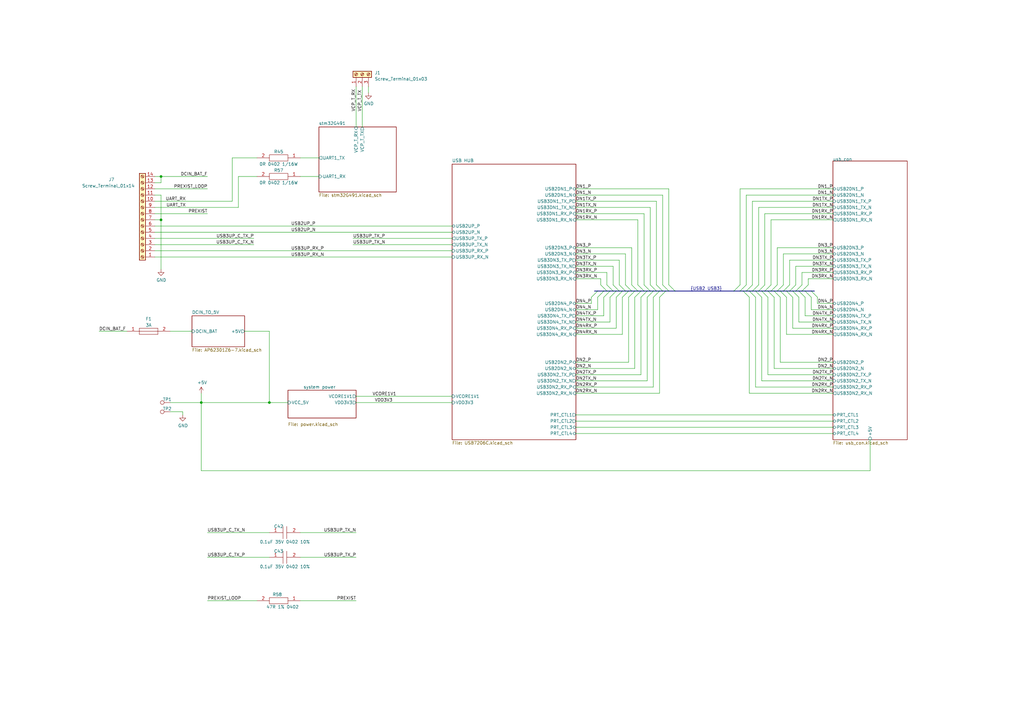
<source format=kicad_sch>
(kicad_sch (version 20230121) (generator eeschema)
  (paper "A3")
  (title_block (title "MAIN") (date "2021-11-08") (rev "0.1"))
  (lib_symbols
    (symbol "CGA2B3X7R1V104K050BB_1" (pin_names (offset 0.762))
      (property "Reference" "C" (at 8.89 6.35 0))
      (property "Value" "CGA2B3X7R1V104K050BB_1" (at 8.89 3.81 0))
      (symbol "CGA2B3X7R1V104K050BB_1_0_0"
        (pin passive line (at 0 0 0) (length 5.08) (name "~") (number "1"))
        (pin passive line (at 12.7 0 180) (length 5.08) (name "~") (number "2"))
      )
      (symbol "CGA2B3X7R1V104K050BB_1_0_1"
        (polyline (pts (xy 5.08 0) (xy 5.588 0)) (stroke (width 0.1524)))
        (polyline (pts (xy 5.588 2.54) (xy 5.588 -2.54)) (stroke (width 0.1524)))
        (polyline (pts (xy 7.112 0) (xy 7.62 0)) (stroke (width 0.1524)))
        (polyline (pts (xy 7.112 2.54) (xy 7.112 -2.54)) (stroke (width 0.1524)))
      )
    )
    (symbol "Connector:Screw_Terminal_01x03" (pin_names (offset 1.016) hide)
      (property "Reference" "J" (at 0 5.08 0))
      (property "Value" "Screw_Terminal_01x03" (at 0 -5.08 0))
      (symbol "Screw_Terminal_01x03_1_1"
        (rectangle (start -1.27 3.81) (end 1.27 -3.81) (stroke (width 0.254)) (fill (type background)))
        (circle (center 0 -2.54) (radius 0.635) (stroke (width 0.1524)))
        (polyline (pts (xy -0.5334 -2.2098) (xy 0.3302 -3.048)) (stroke (width 0.1524)))
        (polyline (pts (xy -0.5334 0.3302) (xy 0.3302 -0.508)) (stroke (width 0.1524)))
        (polyline (pts (xy -0.5334 2.8702) (xy 0.3302 2.032)) (stroke (width 0.1524)))
        (polyline (pts (xy -0.3556 -2.032) (xy 0.508 -2.8702)) (stroke (width 0.1524)))
        (polyline (pts (xy -0.3556 0.508) (xy 0.508 -0.3302)) (stroke (width 0.1524)))
        (polyline (pts (xy -0.3556 3.048) (xy 0.508 2.2098)) (stroke (width 0.1524)))
        (circle (center 0 0) (radius 0.635) (stroke (width 0.1524)))
        (circle (center 0 2.54) (radius 0.635) (stroke (width 0.1524)))
        (pin passive line (at -5.08 2.54 0) (length 3.81) (name "Pin_1") (number "1"))
        (pin passive line (at -5.08 0 0) (length 3.81) (name "Pin_2") (number "2"))
        (pin passive line (at -5.08 -2.54 0) (length 3.81) (name "Pin_3") (number "3"))
      )
    )
    (symbol "Connector:Screw_Terminal_01x14" (pin_names (offset 1.016) hide)
      (property "Reference" "J" (at 0 17.78 0))
      (property "Value" "Screw_Terminal_01x14" (at 0 -20.32 0))
      (symbol "Screw_Terminal_01x14_1_1"
        (rectangle (start -1.27 16.51) (end 1.27 -19.05) (stroke (width 0.254)) (fill (type background)))
        (circle (center 0 -17.78) (radius 0.635) (stroke (width 0.1524)))
        (circle (center 0 -15.24) (radius 0.635) (stroke (width 0.1524)))
        (circle (center 0 -12.7) (radius 0.635) (stroke (width 0.1524)))
        (circle (center 0 -10.16) (radius 0.635) (stroke (width 0.1524)))
        (circle (center 0 -7.62) (radius 0.635) (stroke (width 0.1524)))
        (circle (center 0 -5.08) (radius 0.635) (stroke (width 0.1524)))
        (circle (center 0 -2.54) (radius 0.635) (stroke (width 0.1524)))
        (polyline (pts (xy -0.5334 -17.4498) (xy 0.3302 -18.288)) (stroke (width 0.1524)))
        (polyline (pts (xy -0.5334 -14.9098) (xy 0.3302 -15.748)) (stroke (width 0.1524)))
        (polyline (pts (xy -0.5334 -12.3698) (xy 0.3302 -13.208)) (stroke (width 0.1524)))
        (polyline (pts (xy -0.5334 -9.8298) (xy 0.3302 -10.668)) (stroke (width 0.1524)))
        (polyline (pts (xy -0.5334 -7.2898) (xy 0.3302 -8.128)) (stroke (width 0.1524)))
        (polyline (pts (xy -0.5334 -4.7498) (xy 0.3302 -5.588)) (stroke (width 0.1524)))
        (polyline (pts (xy -0.5334 -2.2098) (xy 0.3302 -3.048)) (stroke (width 0.1524)))
        (polyline (pts (xy -0.5334 0.3302) (xy 0.3302 -0.508)) (stroke (width 0.1524)))
        (polyline (pts (xy -0.5334 2.8702) (xy 0.3302 2.032)) (stroke (width 0.1524)))
        (polyline (pts (xy -0.5334 5.4102) (xy 0.3302 4.572)) (stroke (width 0.1524)))
        (polyline (pts (xy -0.5334 7.9502) (xy 0.3302 7.112)) (stroke (width 0.1524)))
        (polyline (pts (xy -0.5334 10.4902) (xy 0.3302 9.652)) (stroke (width 0.1524)))
        (polyline (pts (xy -0.5334 13.0302) (xy 0.3302 12.192)) (stroke (width 0.1524)))
        (polyline (pts (xy -0.5334 15.5702) (xy 0.3302 14.732)) (stroke (width 0.1524)))
        (polyline (pts (xy -0.3556 -17.272) (xy 0.508 -18.1102)) (stroke (width 0.1524)))
        (polyline (pts (xy -0.3556 -14.732) (xy 0.508 -15.5702)) (stroke (width 0.1524)))
        (polyline (pts (xy -0.3556 -12.192) (xy 0.508 -13.0302)) (stroke (width 0.1524)))
        (polyline (pts (xy -0.3556 -9.652) (xy 0.508 -10.4902)) (stroke (width 0.1524)))
        (polyline (pts (xy -0.3556 -7.112) (xy 0.508 -7.9502)) (stroke (width 0.1524)))
        (polyline (pts (xy -0.3556 -4.572) (xy 0.508 -5.4102)) (stroke (width 0.1524)))
        (polyline (pts (xy -0.3556 -2.032) (xy 0.508 -2.8702)) (stroke (width 0.1524)))
        (polyline (pts (xy -0.3556 0.508) (xy 0.508 -0.3302)) (stroke (width 0.1524)))
        (polyline (pts (xy -0.3556 3.048) (xy 0.508 2.2098)) (stroke (width 0.1524)))
        (polyline (pts (xy -0.3556 5.588) (xy 0.508 4.7498)) (stroke (width 0.1524)))
        (polyline (pts (xy -0.3556 8.128) (xy 0.508 7.2898)) (stroke (width 0.1524)))
        (polyline (pts (xy -0.3556 10.668) (xy 0.508 9.8298)) (stroke (width 0.1524)))
        (polyline (pts (xy -0.3556 13.208) (xy 0.508 12.3698)) (stroke (width 0.1524)))
        (polyline (pts (xy -0.3556 15.748) (xy 0.508 14.9098)) (stroke (width 0.1524)))
        (circle (center 0 0) (radius 0.635) (stroke (width 0.1524)))
        (circle (center 0 2.54) (radius 0.635) (stroke (width 0.1524)))
        (circle (center 0 5.08) (radius 0.635) (stroke (width 0.1524)))
        (circle (center 0 7.62) (radius 0.635) (stroke (width 0.1524)))
        (circle (center 0 10.16) (radius 0.635) (stroke (width 0.1524)))
        (circle (center 0 12.7) (radius 0.635) (stroke (width 0.1524)))
        (circle (center 0 15.24) (radius 0.635) (stroke (width 0.1524)))
        (pin passive line (at -5.08 15.24 0) (length 3.81) (name "Pin_1") (number "1"))
        (pin passive line (at -5.08 -7.62 0) (length 3.81) (name "Pin_10") (number "10"))
        (pin passive line (at -5.08 -10.16 0) (length 3.81) (name "Pin_11") (number "11"))
        (pin passive line (at -5.08 -12.7 0) (length 3.81) (name "Pin_12") (number "12"))
        (pin passive line (at -5.08 -15.24 0) (length 3.81) (name "Pin_13") (number "13"))
        (pin passive line (at -5.08 -17.78 0) (length 3.81) (name "Pin_14") (number "14"))
        (pin passive line (at -5.08 12.7 0) (length 3.81) (name "Pin_2") (number "2"))
        (pin passive line (at -5.08 10.16 0) (length 3.81) (name "Pin_3") (number "3"))
        (pin passive line (at -5.08 7.62 0) (length 3.81) (name "Pin_4") (number "4"))
        (pin passive line (at -5.08 5.08 0) (length 3.81) (name "Pin_5") (number "5"))
        (pin passive line (at -5.08 2.54 0) (length 3.81) (name "Pin_6") (number "6"))
        (pin passive line (at -5.08 0 0) (length 3.81) (name "Pin_7") (number "7"))
        (pin passive line (at -5.08 -2.54 0) (length 3.81) (name "Pin_8") (number "8"))
        (pin passive line (at -5.08 -5.08 0) (length 3.81) (name "Pin_9") (number "9"))
      )
    )
    (symbol "Connector:TestPoint" (pin_numbers hide) (pin_names (offset 0.762) hide)
      (property "Reference" "TP" (at 0 6.858 0))
      (property "Value" "TestPoint" (at 0 5.08 0))
      (symbol "TestPoint_0_1"
        (circle (center 0 3.302) (radius 0.762))
      )
      (symbol "TestPoint_1_1"
        (pin passive line (at 0 0 90) (length 2.54) (name "1") (number "1"))
      )
    )
    (symbol "power:+5V" (power) (pin_names (offset 0))
      (property "Value" "+5V" (at 0 3.556 0))
      (symbol "+5V_0_1"
        (polyline (pts (xy -0.762 1.27) (xy 0 2.54)))
        (polyline (pts (xy 0 0) (xy 0 2.54)))
        (polyline (pts (xy 0 2.54) (xy 0.762 1.27)))
      )
      (symbol "+5V_1_1"
        (pin power_in line (at 0 0 90) (length 0) hide (name "+5V") (number "1"))
      )
    )
    (symbol "power:GND" (power) (pin_names (offset 0))
      (property "Value" "GND" (at 0 -3.81 0))
      (symbol "GND_0_1"
        (polyline (pts (xy 0 0) (xy 0 -1.27) (xy 1.27 -1.27) (xy 0 -2.54) (xy -1.27 -1.27) (xy 0 -1.27)))
      )
      (symbol "GND_1_1"
        (pin power_in line (at 0 0 270) (length 0) hide (name "GND") (number "1"))
      )
    )
    (symbol "usb_to_lan:47R 1% 0402" (pin_names (offset 0.762))
      (property "Reference" "R" (at 13.97 6.35 0))
      (property "Value" "47R 1% 0402" (at 13.97 3.81 0))
      (symbol "47R 1% 0402_0_0"
        (pin passive line (at 0 0 0) (length 5.08) (name "~") (number "1"))
        (pin passive line (at 17.78 0 180) (length 5.08) (name "~") (number "2"))
      )
      (symbol "47R 1% 0402_0_1"
        (polyline (pts (xy 5.08 1.27) (xy 12.7 1.27) (xy 12.7 -1.27) (xy 5.08 -1.27) (xy 5.08 1.27)) (stroke (width 0.1524)))
      )
    )
    (symbol "usb_to_lan:CGA2B3X7R1V104K050BB" (pin_names (offset 0.762))
      (property "Reference" "C" (at 8.89 6.35 0))
      (property "Value" "CGA2B3X7R1V104K050BB" (at 8.89 3.81 0))
      (symbol "CGA2B3X7R1V104K050BB_0_0"
        (pin passive line (at 0 0 0) (length 5.08) (name "~") (number "1"))
        (pin passive line (at 12.7 0 180) (length 5.08) (name "~") (number "2"))
      )
      (symbol "CGA2B3X7R1V104K050BB_0_1"
        (polyline (pts (xy 5.08 0) (xy 5.588 0)) (stroke (width 0.1524)))
        (polyline (pts (xy 5.588 2.54) (xy 5.588 -2.54)) (stroke (width 0.1524)))
        (polyline (pts (xy 7.112 0) (xy 7.62 0)) (stroke (width 0.1524)))
        (polyline (pts (xy 7.112 2.54) (xy 7.112 -2.54)) (stroke (width 0.1524)))
      )
    )
    (symbol "usb_to_lan:CRCW04020000ZSTD" (pin_names (offset 0.762))
      (property "Reference" "R" (at 13.97 6.35 0))
      (property "Value" "CRCW04020000ZSTD" (at 13.97 3.81 0))
      (symbol "CRCW04020000ZSTD_0_0"
        (pin passive line (at 0 0 0) (length 5.08) (name "~") (number "1"))
        (pin passive line (at 17.78 0 180) (length 5.08) (name "~") (number "2"))
      )
      (symbol "CRCW04020000ZSTD_0_1"
        (polyline (pts (xy 5.08 1.27) (xy 12.7 1.27) (xy 12.7 -1.27) (xy 5.08 -1.27) (xy 5.08 1.27)) (stroke (width 0.1524)))
      )
    )
    (symbol "usb_to_lan:SF-1206F300M-2" (pin_names (offset 0.762))
      (property "Reference" "F" (at 13.97 6.35 0))
      (property "Value" "SF-1206F300M-2" (at 13.97 3.81 0))
      (symbol "SF-1206F300M-2_0_0"
        (pin passive line (at 0 0 0) (length 5.08) (name "~") (number "1"))
        (pin passive line (at 17.78 0 180) (length 5.08) (name "~") (number "2"))
      )
      (symbol "SF-1206F300M-2_0_1"
        (polyline (pts (xy 5.08 0) (xy 12.7 0)) (stroke (width 0.1524)))
        (polyline (pts (xy 5.08 1.27) (xy 12.7 1.27) (xy 12.7 -1.27) (xy 5.08 -1.27) (xy 5.08 1.27)) (stroke (width 0.1524)))
      )
    )
  )
  (bus_alias "USB2" (members "DN3_P" "DN3_N" "DN4_P" "DN4_N" "DN1_P" "DN1_N" "DN2_P" "DN2_N"))
  (bus_alias "USB3" (members "DN3TX_P" "DN3TX_N" "DN3RX_P" "DN3RX_N" "DN4RX_N" "DN4RX_P" "DN4TX_P" "DN4TX_N" "DN1RX_P" "DN1RX_N" "DN1TX_P" "DN1TX_N" "DN2RX_P" "DN2RX_N" "DN2TX_P" "DN2TX_N"))
  (junction (at 82.55 165.1))
  (junction (at 110.49 165.1))
  (junction (at 66.04 90.17))
  (junction (at 66.04 72.39))
  (bus_entry (at 313.69 119.38) (size 2.54 -2.54))
  (bus_entry (at 330.2 119.38) (size 2.54 2.54))
  (bus_entry (at 276.86 119.38) (size -2.54 -2.54))
  (bus_entry (at 257.81 119.38) (size -2.54 2.54))
  (bus_entry (at 332.74 119.38) (size 2.54 2.54))
  (bus_entry (at 265.43 119.38) (size -2.54 2.54))
  (bus_entry (at 309.88 119.38) (size 2.54 2.54))
  (bus_entry (at 260.35 119.38) (size -2.54 2.54))
  (bus_entry (at 262.89 119.38) (size -2.54 2.54))
  (bus_entry (at 320.04 119.38) (size 2.54 2.54))
  (bus_entry (at 323.85 119.38) (size 2.54 -2.54))
  (bus_entry (at 248.92 119.38) (size -2.54 -2.54))
  (bus_entry (at 247.65 119.38) (size -2.54 2.54))
  (bus_entry (at 321.31 119.38) (size 2.54 -2.54))
  (bus_entry (at 267.97 119.38) (size -2.54 2.54))
  (bus_entry (at 270.51 119.38) (size -2.54 2.54))
  (bus_entry (at 255.27 119.38) (size -2.54 2.54))
  (bus_entry (at 317.5 119.38) (size 2.54 2.54))
  (bus_entry (at 325.12 119.38) (size 2.54 2.54))
  (bus_entry (at 306.07 119.38) (size 2.54 -2.54))
  (bus_entry (at 266.7 119.38) (size -2.54 -2.54))
  (bus_entry (at 328.93 119.38) (size 2.54 -2.54))
  (bus_entry (at 250.19 119.38) (size -2.54 2.54))
  (bus_entry (at 316.23 119.38) (size 2.54 -2.54))
  (bus_entry (at 251.46 119.38) (size -2.54 -2.54))
  (bus_entry (at 300.99 119.38) (size 2.54 -2.54))
  (bus_entry (at 314.96 119.38) (size 2.54 2.54))
  (bus_entry (at 261.62 119.38) (size -2.54 -2.54))
  (bus_entry (at 326.39 119.38) (size 2.54 -2.54))
  (bus_entry (at 312.42 119.38) (size 2.54 2.54))
  (bus_entry (at 311.15 119.38) (size 2.54 -2.54))
  (bus_entry (at 245.11 119.38) (size -2.54 2.54))
  (bus_entry (at 252.73 119.38) (size -2.54 2.54))
  (bus_entry (at 322.58 119.38) (size 2.54 2.54))
  (bus_entry (at 274.32 119.38) (size -2.54 -2.54))
  (bus_entry (at 303.53 119.38) (size 2.54 -2.54))
  (bus_entry (at 273.05 119.38) (size -2.54 2.54))
  (bus_entry (at 271.78 119.38) (size -2.54 -2.54))
  (bus_entry (at 307.34 119.38) (size 2.54 2.54))
  (bus_entry (at 327.66 119.38) (size 2.54 2.54))
  (bus_entry (at 304.8 119.38) (size 2.54 2.54))
  (bus_entry (at 264.16 119.38) (size -2.54 -2.54))
  (bus_entry (at 269.24 119.38) (size -2.54 -2.54))
  (bus_entry (at 254 119.38) (size -2.54 -2.54))
  (bus_entry (at 318.77 119.38) (size 2.54 -2.54))
  (bus_entry (at 259.08 119.38) (size -2.54 -2.54))
  (bus_entry (at 308.61 119.38) (size 2.54 -2.54))
  (bus_entry (at 256.54 119.38) (size -2.54 -2.54))
  (wire (pts (xy 110.49 165.1) (xy 118.11 165.1)))
  (wire (pts (xy 250.19 132.08) (xy 236.22 132.08)))
  (bus (pts (xy 257.81 119.38) (xy 259.08 119.38)))
  (wire (pts (xy 311.15 116.84) (xy 311.15 85.09)))
  (wire (pts (xy 312.42 156.21) (xy 341.63 156.21)))
  (wire (pts (xy 331.47 114.3) (xy 341.63 114.3)))
  (bus (pts (xy 303.53 119.38) (xy 304.8 119.38)))
  (wire (pts (xy 265.43 121.92) (xy 265.43 156.21)))
  (wire (pts (xy 316.23 90.17) (xy 341.63 90.17)))
  (bus (pts (xy 265.43 119.38) (xy 266.7 119.38)))
  (wire (pts (xy 66.04 90.17) (xy 63.5 90.17)))
  (wire (pts (xy 317.5 151.13) (xy 341.63 151.13)))
  (wire (pts (xy 251.46 109.22) (xy 236.22 109.22)))
  (wire (pts (xy 105.41 64.77) (xy 95.25 64.77)))
  (bus (pts (xy 256.54 119.38) (xy 257.81 119.38)))
  (wire (pts (xy 326.39 109.22) (xy 341.63 109.22)))
  (wire (pts (xy 69.85 135.89) (xy 78.74 135.89)))
  (wire (pts (xy 63.5 100.33) (xy 104.14 100.33)))
  (wire (pts (xy 267.97 158.75) (xy 236.22 158.75)))
  (wire (pts (xy 242.57 121.92) (xy 242.57 124.46)))
  (bus (pts (xy 251.46 119.38) (xy 252.73 119.38)))
  (bus (pts (xy 320.04 119.38) (xy 321.31 119.38)))
  (wire (pts (xy 303.53 77.47) (xy 341.63 77.47)))
  (bus (pts (xy 276.86 119.38) (xy 300.99 119.38)))
  (bus (pts (xy 243.84 119.38) (xy 245.11 119.38)))
  (wire (pts (xy 307.34 161.29) (xy 341.63 161.29)))
  (wire (pts (xy 259.08 116.84) (xy 259.08 101.6)))
  (wire (pts (xy 313.69 116.84) (xy 313.69 87.63)))
  (wire (pts (xy 63.5 72.39) (xy 66.04 72.39)))
  (wire (pts (xy 356.87 180.34) (xy 356.87 193.04)))
  (wire (pts (xy 321.31 116.84) (xy 321.31 104.14)))
  (wire (pts (xy 266.7 85.09) (xy 236.22 85.09)))
  (wire (pts (xy 123.19 72.39) (xy 130.81 72.39)))
  (wire (pts (xy 262.89 153.67) (xy 236.22 153.67)))
  (bus (pts (xy 252.73 119.38) (xy 254 119.38)))
  (wire (pts (xy 309.88 121.92) (xy 309.88 158.75)))
  (bus (pts (xy 309.88 119.38) (xy 311.15 119.38)))
  (wire (pts (xy 270.51 121.92) (xy 270.51 161.29)))
  (wire (pts (xy 69.85 168.91) (xy 74.93 168.91)))
  (wire (pts (xy 236.22 175.26) (xy 341.63 175.26)))
  (bus (pts (xy 271.78 119.38) (xy 273.05 119.38)))
  (wire (pts (xy 82.55 161.29) (xy 82.55 165.1)))
  (wire (pts (xy 63.5 95.25) (xy 185.42 95.25)))
  (wire (pts (xy 250.19 121.92) (xy 250.19 132.08)))
  (wire (pts (xy 256.54 116.84) (xy 256.54 104.14)))
  (bus (pts (xy 326.39 119.38) (xy 327.66 119.38)))
  (wire (pts (xy 314.96 153.67) (xy 341.63 153.67)))
  (wire (pts (xy 245.11 121.92) (xy 245.11 127)))
  (wire (pts (xy 236.22 172.72) (xy 341.63 172.72)))
  (wire (pts (xy 247.65 121.92) (xy 247.65 129.54)))
  (wire (pts (xy 97.79 72.39) (xy 97.79 85.09)))
  (wire (pts (xy 63.5 80.01) (xy 66.04 80.01)))
  (wire (pts (xy 303.53 116.84) (xy 303.53 77.47)))
  (wire (pts (xy 123.19 228.6) (xy 146.05 228.6)))
  (wire (pts (xy 309.88 158.75) (xy 341.63 158.75)))
  (bus (pts (xy 330.2 119.38) (xy 332.74 119.38)))
  (bus (pts (xy 307.34 119.38) (xy 308.61 119.38)))
  (wire (pts (xy 271.78 116.84) (xy 271.78 80.01)))
  (wire (pts (xy 269.24 116.84) (xy 269.24 82.55)))
  (wire (pts (xy 270.51 161.29) (xy 236.22 161.29)))
  (wire (pts (xy 321.31 104.14) (xy 341.63 104.14)))
  (wire (pts (xy 335.28 124.46) (xy 341.63 124.46)))
  (wire (pts (xy 69.85 165.1) (xy 82.55 165.1)))
  (bus (pts (xy 327.66 119.38) (xy 328.93 119.38)))
  (wire (pts (xy 267.97 121.92) (xy 267.97 158.75)))
  (wire (pts (xy 331.47 116.84) (xy 331.47 114.3)))
  (bus (pts (xy 267.97 119.38) (xy 269.24 119.38)))
  (wire (pts (xy 123.19 64.77) (xy 130.81 64.77)))
  (wire (pts (xy 63.5 74.93) (xy 66.04 74.93)))
  (bus (pts (xy 248.92 119.38) (xy 250.19 119.38)))
  (wire (pts (xy 85.09 246.38) (xy 105.41 246.38)))
  (bus (pts (xy 308.61 119.38) (xy 309.88 119.38)))
  (wire (pts (xy 40.64 135.89) (xy 52.07 135.89)))
  (wire (pts (xy 144.78 97.79) (xy 185.42 97.79)))
  (wire (pts (xy 312.42 121.92) (xy 312.42 156.21)))
  (bus (pts (xy 321.31 119.38) (xy 322.58 119.38)))
  (wire (pts (xy 314.96 121.92) (xy 314.96 153.67)))
  (wire (pts (xy 322.58 121.92) (xy 322.58 137.16)))
  (bus (pts (xy 266.7 119.38) (xy 267.97 119.38)))
  (wire (pts (xy 63.5 92.71) (xy 185.42 92.71)))
  (wire (pts (xy 330.2 121.92) (xy 330.2 129.54)))
  (wire (pts (xy 260.35 121.92) (xy 260.35 151.13)))
  (wire (pts (xy 63.5 97.79) (xy 104.14 97.79)))
  (bus (pts (xy 260.35 119.38) (xy 261.62 119.38)))
  (wire (pts (xy 316.23 116.84) (xy 316.23 90.17)))
  (wire (pts (xy 318.77 101.6) (xy 341.63 101.6)))
  (bus (pts (xy 262.89 119.38) (xy 264.16 119.38)))
  (wire (pts (xy 95.25 64.77) (xy 95.25 82.55)))
  (wire (pts (xy 246.38 116.84) (xy 246.38 114.3)))
  (wire (pts (xy 254 116.84) (xy 254 106.68)))
  (wire (pts (xy 311.15 85.09) (xy 341.63 85.09)))
  (wire (pts (xy 151.13 35.56) (xy 151.13 38.1)))
  (wire (pts (xy 236.22 177.8) (xy 341.63 177.8)))
  (bus (pts (xy 304.8 119.38) (xy 306.07 119.38)))
  (wire (pts (xy 248.92 111.76) (xy 236.22 111.76)))
  (wire (pts (xy 257.81 121.92) (xy 257.81 148.59)))
  (wire (pts (xy 327.66 121.92) (xy 327.66 132.08)))
  (wire (pts (xy 97.79 72.39) (xy 105.41 72.39)))
  (bus (pts (xy 269.24 119.38) (xy 270.51 119.38)))
  (wire (pts (xy 322.58 137.16) (xy 341.63 137.16)))
  (wire (pts (xy 146.05 35.56) (xy 146.05 52.07)))
  (wire (pts (xy 332.74 127) (xy 341.63 127)))
  (wire (pts (xy 271.78 80.01) (xy 236.22 80.01)))
  (bus (pts (xy 314.96 119.38) (xy 316.23 119.38)))
  (wire (pts (xy 63.5 102.87) (xy 185.42 102.87)))
  (wire (pts (xy 335.28 121.92) (xy 335.28 124.46)))
  (wire (pts (xy 259.08 101.6) (xy 236.22 101.6)))
  (wire (pts (xy 274.32 116.84) (xy 274.32 77.47)))
  (bus (pts (xy 332.74 119.38) (xy 334.01 119.38)))
  (wire (pts (xy 255.27 121.92) (xy 255.27 137.16)))
  (wire (pts (xy 252.73 121.92) (xy 252.73 134.62)))
  (wire (pts (xy 323.85 116.84) (xy 323.85 106.68)))
  (wire (pts (xy 266.7 116.84) (xy 266.7 85.09)))
  (bus (pts (xy 261.62 119.38) (xy 262.89 119.38)))
  (wire (pts (xy 63.5 82.55) (xy 95.25 82.55)))
  (wire (pts (xy 245.11 127) (xy 236.22 127)))
  (wire (pts (xy 256.54 104.14) (xy 236.22 104.14)))
  (wire (pts (xy 265.43 156.21) (xy 236.22 156.21)))
  (wire (pts (xy 66.04 74.93) (xy 66.04 72.39)))
  (wire (pts (xy 325.12 134.62) (xy 341.63 134.62)))
  (wire (pts (xy 146.05 162.56) (xy 185.42 162.56)))
  (bus (pts (xy 318.77 119.38) (xy 320.04 119.38)))
  (wire (pts (xy 63.5 85.09) (xy 97.79 85.09)))
  (wire (pts (xy 326.39 116.84) (xy 326.39 109.22)))
  (wire (pts (xy 248.92 116.84) (xy 248.92 111.76)))
  (wire (pts (xy 110.49 218.44) (xy 85.09 218.44)))
  (wire (pts (xy 66.04 80.01) (xy 66.04 90.17)))
  (wire (pts (xy 144.78 100.33) (xy 185.42 100.33)))
  (wire (pts (xy 269.24 82.55) (xy 236.22 82.55)))
  (wire (pts (xy 306.07 80.01) (xy 341.63 80.01)))
  (bus (pts (xy 274.32 119.38) (xy 276.86 119.38)))
  (wire (pts (xy 63.5 87.63) (xy 85.09 87.63)))
  (bus (pts (xy 300.99 119.38) (xy 303.53 119.38)))
  (bus (pts (xy 255.27 119.38) (xy 256.54 119.38)))
  (bus (pts (xy 328.93 119.38) (xy 330.2 119.38)))
  (wire (pts (xy 262.89 121.92) (xy 262.89 153.67)))
  (wire (pts (xy 74.93 168.91) (xy 74.93 170.18)))
  (wire (pts (xy 320.04 148.59) (xy 341.63 148.59)))
  (bus (pts (xy 270.51 119.38) (xy 271.78 119.38)))
  (wire (pts (xy 255.27 137.16) (xy 236.22 137.16)))
  (wire (pts (xy 63.5 77.47) (xy 85.09 77.47)))
  (wire (pts (xy 247.65 129.54) (xy 236.22 129.54)))
  (bus (pts (xy 313.69 119.38) (xy 314.96 119.38)))
  (bus (pts (xy 312.42 119.38) (xy 313.69 119.38)))
  (wire (pts (xy 100.33 135.89) (xy 110.49 135.89)))
  (wire (pts (xy 254 106.68) (xy 236.22 106.68)))
  (bus (pts (xy 325.12 119.38) (xy 326.39 119.38)))
  (bus (pts (xy 316.23 119.38) (xy 317.5 119.38)))
  (bus (pts (xy 311.15 119.38) (xy 312.42 119.38)))
  (wire (pts (xy 146.05 165.1) (xy 185.42 165.1)))
  (wire (pts (xy 242.57 124.46) (xy 236.22 124.46)))
  (bus (pts (xy 245.11 119.38) (xy 247.65 119.38)))
  (wire (pts (xy 260.35 151.13) (xy 236.22 151.13)))
  (wire (pts (xy 317.5 121.92) (xy 317.5 151.13)))
  (wire (pts (xy 330.2 129.54) (xy 341.63 129.54)))
  (wire (pts (xy 261.62 90.17) (xy 236.22 90.17)))
  (wire (pts (xy 110.49 228.6) (xy 85.09 228.6)))
  (wire (pts (xy 82.55 193.04) (xy 82.55 165.1)))
  (wire (pts (xy 264.16 116.84) (xy 264.16 87.63)))
  (wire (pts (xy 323.85 106.68) (xy 341.63 106.68)))
  (wire (pts (xy 257.81 148.59) (xy 236.22 148.59)))
  (wire (pts (xy 274.32 77.47) (xy 236.22 77.47)))
  (wire (pts (xy 306.07 116.84) (xy 306.07 80.01)))
  (wire (pts (xy 261.62 116.84) (xy 261.62 90.17)))
  (bus (pts (xy 306.07 119.38) (xy 307.34 119.38)))
  (wire (pts (xy 320.04 121.92) (xy 320.04 148.59)))
  (bus (pts (xy 247.65 119.38) (xy 248.92 119.38)))
  (wire (pts (xy 308.61 116.84) (xy 308.61 82.55)))
  (wire (pts (xy 328.93 116.84) (xy 328.93 111.76)))
  (wire (pts (xy 123.19 246.38) (xy 146.05 246.38)))
  (bus (pts (xy 317.5 119.38) (xy 318.77 119.38)))
  (wire (pts (xy 66.04 72.39) (xy 85.09 72.39)))
  (bus (pts (xy 254 119.38) (xy 255.27 119.38)))
  (bus (pts (xy 323.85 119.38) (xy 325.12 119.38)))
  (wire (pts (xy 332.74 121.92) (xy 332.74 127)))
  (wire (pts (xy 236.22 170.18) (xy 341.63 170.18)))
  (wire (pts (xy 148.59 35.56) (xy 148.59 52.07)))
  (bus (pts (xy 264.16 119.38) (xy 265.43 119.38)))
  (wire (pts (xy 252.73 134.62) (xy 236.22 134.62)))
  (wire (pts (xy 264.16 87.63) (xy 236.22 87.63)))
  (wire (pts (xy 63.5 105.41) (xy 185.42 105.41)))
  (wire (pts (xy 356.87 193.04) (xy 82.55 193.04)))
  (wire (pts (xy 246.38 114.3) (xy 236.22 114.3)))
  (wire (pts (xy 313.69 87.63) (xy 341.63 87.63)))
  (wire (pts (xy 328.93 111.76) (xy 341.63 111.76)))
  (wire (pts (xy 325.12 121.92) (xy 325.12 134.62)))
  (wire (pts (xy 318.77 116.84) (xy 318.77 101.6)))
  (wire (pts (xy 307.34 121.92) (xy 307.34 161.29)))
  (wire (pts (xy 327.66 132.08) (xy 341.63 132.08)))
  (wire (pts (xy 110.49 135.89) (xy 110.49 165.1)))
  (bus (pts (xy 273.05 119.38) (xy 274.32 119.38)))
  (bus (pts (xy 259.08 119.38) (xy 260.35 119.38)))
  (wire (pts (xy 308.61 82.55) (xy 341.63 82.55)))
  (wire (pts (xy 251.46 116.84) (xy 251.46 109.22)))
  (bus (pts (xy 250.19 119.38) (xy 251.46 119.38)))
  (wire (pts (xy 66.04 90.17) (xy 66.04 110.49)))
  (wire (pts (xy 82.55 165.1) (xy 110.49 165.1)))
  (wire (pts (xy 123.19 218.44) (xy 146.05 218.44)))
  (bus (pts (xy 322.58 119.38) (xy 323.85 119.38)))
  (label "DCIN_BAT_F" (at 85.09 72.39 180))
  (label "DN1TX_N" (at 341.63 85.09 180))
  (label "DN4TX_P" (at 236.22 129.54 0))
  (label "DN2TX_P" (at 341.63 153.67 180))
  (label "USB3UP_TX_N" (at 144.78 100.33 0))
  (label "DN2_P" (at 341.63 148.59 180))
  (label "DN4TX_P" (at 341.63 129.54 180))
  (label "VDD3V3" (at 153.67 165.1 0))
  (label "USB3UP_RX_N" (at 119.38 105.41 0))
  (label "DN3RX_P" (at 236.22 111.76 0))
  (label "DN4RX_P" (at 236.22 134.62 0))
  (label "DN4RX_N" (at 236.22 137.16 0))
  (label "DN3TX_N" (at 236.22 109.22 0))
  (label "DN3TX_N" (at 341.63 109.22 180))
  (label "USB2UP_P" (at 119.38 92.71 0))
  (label "DN2RX_N" (at 236.22 161.29 0))
  (label "DN2RX_P" (at 236.22 158.75 0))
  (label "VCORE1V1" (at 162.56 162.56 180))
  (label "DN4RX_P" (at 341.63 134.62 180))
  (label "DN1TX_P" (at 341.63 82.55 180))
  (label "DN1TX_P" (at 236.22 82.55 0))
  (label "PREXIST" (at 146.05 246.38 180))
  (label "USB3UP_C_TX_P" (at 85.09 228.6 0))
  (label "USB3UP_C_TX_N" (at 104.14 100.33 180))
  (label "DN3TX_P" (at 236.22 106.68 0))
  (label "USB3UP_C_TX_N" (at 85.09 218.44 0))
  (label "DN4_N" (at 341.63 127 180))
  (label "DN4_P" (at 236.22 124.46 0))
  (label "DN4_P" (at 341.63 124.46 180))
  (label "DCIN_BAT_F" (at 40.64 135.89 0))
  (label "UART_RX" (at 76.2 82.55 180))
  (label "DN1TX_N" (at 236.22 85.09 0))
  (label "PREXIST" (at 85.09 87.63 180))
  (label "DN2_P" (at 236.22 148.59 0))
  (label "DN1RX_N" (at 236.22 90.17 0))
  (label "DN4RX_N" (at 341.63 137.16 180))
  (label "DN3_P" (at 341.63 101.6 180))
  (label "DN3RX_N" (at 341.63 114.3 180))
  (label "DN4_N" (at 236.22 127 0))
  (label "DN2TX_N" (at 236.22 156.21 0))
  (label "USB2UP_N" (at 119.38 95.25 0))
  (label "DN3_N" (at 236.22 104.14 0))
  (label "DN1RX_P" (at 236.22 87.63 0))
  (label "DN3_N" (at 341.63 104.14 180))
  (label "USB3UP_TX_P" (at 146.05 228.6 180))
  (label "DN1_P" (at 341.63 77.47 180))
  (label "DN1RX_P" (at 341.63 87.63 180))
  (label "USB3UP_TX_N" (at 146.05 218.44 180))
  (label "DN2_N" (at 341.63 151.13 180))
  (label "DN2_N" (at 236.22 151.13 0))
  (label "DN3_P" (at 236.22 101.6 0))
  (label "{USB2 USB3}" (at 283.21 119.38 0))
  (label "DN1_P" (at 236.22 77.47 0))
  (label "DN3RX_N" (at 236.22 114.3 0))
  (label "DN2TX_P" (at 236.22 153.67 0))
  (label "VCP_T_TX" (at 148.59 45.72 90))
  (label "USB3UP_C_TX_P" (at 104.14 97.79 180))
  (label "PREXIST_LOOP" (at 85.09 246.38 0))
  (label "DN1_N" (at 341.63 80.01 180))
  (label "DN1RX_N" (at 341.63 90.17 180))
  (label "DN3RX_P" (at 341.63 111.76 180))
  (label "USB3UP_RX_P" (at 119.38 102.87 0))
  (label "USB3UP_TX_P" (at 144.78 97.79 0))
  (label "UART_TX" (at 76.2 85.09 180))
  (label "DN3TX_P" (at 341.63 106.68 180))
  (label "DN4TX_N" (at 341.63 132.08 180))
  (label "DN2RX_P" (at 341.63 158.75 180))
  (label "PREXIST_LOOP" (at 85.09 77.47 180))
  (label "DN4TX_N" (at 236.22 132.08 0))
  (label "VCP_T_RX" (at 146.05 45.72 90))
  (label "DN1_N" (at 236.22 80.01 0))
  (label "DN2RX_N" (at 341.63 161.29 180))
  (label "DN2TX_N" (at 341.63 156.21 180))
  (symbol (lib_id "Connector:TestPoint") (at 69.85 165.1 90) (unit 1) (in_bom no)
    (property "Reference" "TP1" (at 68.58 163.83 90))
    (property "Value" "TestPoint" (effects hide))
    (property "Footprint" "TestPoint:TestPoint_THTPad_D2.0mm_Drill1.0mm" (effects hide))
  )
  (symbol (lib_id "Connector:TestPoint") (at 69.85 168.91 90) (unit 1) (in_bom no)
    (property "Reference" "TP2" (at 68.58 167.64 90))
    (property "Value" "TestPoint" (effects hide))
    (property "Footprint" "TestPoint:TestPoint_THTPad_D2.0mm_Drill1.0mm" (effects hide))
  )
  (symbol (lib_id "power:+5V") (at 82.55 161.29 0) (unit 1)
    (property "Reference" "#PWR02" (effects hide))
    (property "Value" "+5V" (at 82.931 156.8958 0))
  )
  (symbol (lib_id "power:GND") (at 74.93 170.18 0) (unit 1)
    (property "Reference" "#PWR01" (effects hide))
    (property "Value" "GND" (at 75.057 174.5742 0))
  )
  (symbol (lib_id "power:GND") (at 66.04 110.49 0) (unit 1)
    (property "Reference" "#PWR0101" (effects hide))
    (property "Value" "GND" (at 66.167 114.8842 0))
  )
  (symbol (lib_name "CGA2B3X7R1V104K050BB_1") (lib_id "usb_to_lan:CGA2B3X7R1V104K050BB") (at 110.49 218.44 0) (unit 1)
    (property "Reference" "C42" (at 114.3 215.9 0))
    (property "Value" "0.1uF 35V 0402 10%" (at 116.84 222.25 0))
    (property "Footprint" "C_0402_1005Metric" (effects hide))
    (property "Datasheet" "https://datasheet.datasheetarchive.com/originals/distributors/Datasheets-DGA20/25667.pdf" (effects hide))
    (property "Description" "Capacitor Auto CGA 0402 35V 100nF X7R" (effects hide))
    (property "Height" "0.55" (effects hide))
    (property "Manufacturer_Name" "TDK" (effects hide))
    (property "Manufacturer_Part_Number" "CGA2B3X7R1V104K050BB" (effects hide))
    (property "Mouser Part Number" "810-CGA2B3X7R1V104K" (effects hide))
    (property "Mouser Price/Stock" "https://www.mouser.co.uk/ProductDetail/TDK/CGA2B3X7R1V104K050BB?qs=NRhsANhppD%252Bp9zWDEim%2FoA%3D%3D" (effects hide))
    (property "Arrow Part Number" "CGA2B3X7R1V104K050BB" (effects hide))
    (property "Arrow Price/Stock" "https://www.arrow.com/en/products/cga2b3x7r1v104k050bb/tdk?region=nac" (effects hide))
  )
  (symbol (lib_id "usb_to_lan:47R 1% 0402") (at 123.19 246.38 180) (unit 1)
    (property "Reference" "R58" (at 111.76 243.84 0) (effects (justify right)))
    (property "Value" "47R 1% 0402" (at 109.22 248.92 0) (effects (justify right)))
    (property "Footprint" "R_0402_1005Metric" (effects hide))
    (property "Datasheet" "https://www.bourns.com/pdfs/CR0402.pdf" (effects hide))
    (property "Description" "Bourns Chip Resistors CR0402 series 47R0" (effects hide))
    (property "Height" "0.4" (effects hide))
    (property "Manufacturer_Name" "Bourns" (effects hide))
    (property "Manufacturer_Part_Number" "CR0402-FX-47R0GLF" (effects hide))
  )
  (symbol (lib_id "usb_to_lan:CGA2B3X7R1V104K050BB") (at 110.49 228.6 0) (unit 1)
    (property "Reference" "C43" (at 114.3 226.06 0))
    (property "Value" "0.1uF 35V 0402 10%" (at 116.84 232.41 0))
    (property "Footprint" "C_0402_1005Metric" (effects hide))
    (property "Datasheet" "https://datasheet.datasheetarchive.com/originals/distributors/Datasheets-DGA20/25667.pdf" (effects hide))
    (property "Description" "Capacitor Auto CGA 0402 35V 100nF X7R" (effects hide))
    (property "Height" "0.55" (effects hide))
    (property "Manufacturer_Name" "TDK" (effects hide))
    (property "Manufacturer_Part_Number" "CGA2B3X7R1V104K050BB" (effects hide))
    (property "Mouser Part Number" "810-CGA2B3X7R1V104K" (effects hide))
    (property "Mouser Price/Stock" "https://www.mouser.co.uk/ProductDetail/TDK/CGA2B3X7R1V104K050BB?qs=NRhsANhppD%252Bp9zWDEim%2FoA%3D%3D" (effects hide))
    (property "Arrow Part Number" "CGA2B3X7R1V104K050BB" (effects hide))
    (property "Arrow Price/Stock" "https://www.arrow.com/en/products/cga2b3x7r1v104k050bb/tdk?region=nac" (effects hide))
  )
  (symbol (lib_id "power:GND") (at 151.13 38.1 0) (unit 1)
    (property "Reference" "#PWR03" (effects hide))
    (property "Value" "GND" (at 151.257 42.4942 0))
  )
  (symbol (lib_id "usb_to_lan:CRCW04020000ZSTD") (at 123.19 64.77 180) (unit 1)
    (property "Reference" "R45" (at 114.3 62.23 0))
    (property "Value" "0R 0402 1/16W" (at 114.3 67.31 0))
    (property "Footprint" "R_0402_1005Metric" (effects hide))
    (property "Datasheet" "http://www.vishay.com/docs/20035/dcrcwe3.pdf" (effects hide))
    (property "Description" "VISHAY - CRCW04020000ZSTD - THICK FILM CHIP RESISTOR" (effects hide))
    (property "Height" "0.4" (effects hide))
    (property "Manufacturer_Name" "Vishay" (effects hide))
    (property "Manufacturer_Part_Number" "CRCW04020000ZSTD" (effects hide))
    (property "Mouser Part Number" "71-CRCW0402-0" (effects hide))
    (property "Mouser Price/Stock" "https://www.mouser.co.uk/ProductDetail/Vishay-Dale/CRCW04020000ZSTD?qs=AJvmYBTtL3KlEwrcT6QFfQ%3D%3D" (effects hide))
    (property "Arrow Part Number" "CRCW04020000ZSTD" (effects hide))
    (property "Arrow Price/Stock" "https://www.arrow.com/en/products/crcw04020000zstd/vishay?region=nac" (effects hide))
  )
  (symbol (lib_id "Connector:Screw_Terminal_01x03") (at 148.59 30.48 90) (unit 1) (in_bom no)
    (property "Reference" "J1" (at 153.67 29.845 90) (effects (justify right)))
    (property "Value" "Screw_Terminal_01x03" (at 153.67 32.385 90) (effects (justify right)))
    (property "Footprint" "Connector_PinHeader_2.54mm:PinHeader_1x03_P2.54mm_Vertical" (effects hide))
  )
  (symbol (lib_id "usb_to_lan:SF-1206F300M-2") (at 52.07 135.89 0) (unit 1)
    (property "Reference" "F1" (at 60.96 130.81 0))
    (property "Value" "3A" (at 60.96 133.35 0))
    (property "Footprint" "SF1206F300M2" (effects hide))
    (property "Datasheet" "https://www.bourns.com/docs/product-datasheets/sf-1206f-m.pdf?sfvrsn=756a4bf6_7" (effects hide))
    (property "Description" "Surface Mount Fuses FAST-ACTING MULTILAYER 3A" (effects hide))
    (property "Height" "1.05" (effects hide))
    (property "Manufacturer_Name" "Bourns" (effects hide))
    (property "Manufacturer_Part_Number" "SF-1206F300M-2" (effects hide))
    (property "Arrow Part Number" "SF-1206F300M-2" (effects hide))
    (property "Arrow Price/Stock" "https://www.arrow.com/en/products/sf-1206f300m-2/bourns?region=nac" (effects hide))
  )
  (symbol (lib_id "Connector:Screw_Terminal_01x14") (at 58.42 90.17 180) (unit 1) (in_bom no)
    (property "Reference" "J7" (at 45.72 73.66 0))
    (property "Value" "Screw_Terminal_01x14" (at 44.45 76.2 0))
    (property "Footprint" "Connector_PinHeader_2.54mm:PinHeader_1x14_P2.54mm_Vertical" (effects hide))
  )
  (symbol (lib_id "usb_to_lan:CRCW04020000ZSTD") (at 123.19 72.39 180) (unit 1)
    (property "Reference" "R57" (at 114.3 69.85 0))
    (property "Value" "0R 0402 1/16W" (at 114.3 74.93 0))
    (property "Footprint" "R_0402_1005Metric" (effects hide))
    (property "Datasheet" "http://www.vishay.com/docs/20035/dcrcwe3.pdf" (effects hide))
    (property "Description" "VISHAY - CRCW04020000ZSTD - THICK FILM CHIP RESISTOR" (effects hide))
    (property "Height" "0.4" (effects hide))
    (property "Manufacturer_Name" "Vishay" (effects hide))
    (property "Manufacturer_Part_Number" "CRCW04020000ZSTD" (effects hide))
    (property "Mouser Part Number" "71-CRCW0402-0" (effects hide))
    (property "Mouser Price/Stock" "https://www.mouser.co.uk/ProductDetail/Vishay-Dale/CRCW04020000ZSTD?qs=AJvmYBTtL3KlEwrcT6QFfQ%3D%3D" (effects hide))
    (property "Arrow Part Number" "CRCW04020000ZSTD" (effects hide))
    (property "Arrow Price/Stock" "https://www.arrow.com/en/products/crcw04020000zstd/vishay?region=nac" (effects hide))
  )
  (sheet (at 185.42 67.31) (size 50.8 113.03)
    (property "Sheetname" "USB HUB" (at 185.42 66.5984 0) (effects (justify left bottom)))
    (property "Sheetfile" "USB7206C.kicad_sch" (at 185.42 180.9246 0) (effects (justify left top)))
    (pin "USB2UP_P" bidirectional (at 185.42 92.71 180))
    (pin "USB3UP_TX_P" output (at 185.42 97.79 180))
    (pin "USB3UP_RX_P" input (at 185.42 102.87 180))
    (pin "PRT_CTL3" bidirectional (at 236.22 175.26 0))
    (pin "PRT_CTL4" bidirectional (at 236.22 177.8 0))
    (pin "VCORE1V1" input (at 185.42 162.56 180))
    (pin "VDD3V3" input (at 185.42 165.1 180))
    (pin "USB2DN2_N" bidirectional (at 236.22 151.13 0))
    (pin "USB2DN2_P" bidirectional (at 236.22 148.59 0))
    (pin "USB3UP_RX_N" input (at 185.42 105.41 180))
    (pin "USB3UP_TX_N" output (at 185.42 100.33 180))
    (pin "USB2UP_N" bidirectional (at 185.42 95.25 180))
    (pin "USB2DN1_P" bidirectional (at 236.22 77.47 0))
    (pin "USB2DN1_N" bidirectional (at 236.22 80.01 0))
    (pin "USB3DN1_RX_P" input (at 236.22 87.63 0))
    (pin "USB3DN1_RX_N" input (at 236.22 90.17 0))
    (pin "USB3DN1_TX_P" output (at 236.22 82.55 0))
    (pin "USB3DN1_TX_N" output (at 236.22 85.09 0))
    (pin "USB3DN4_RX_P" input (at 236.22 134.62 0))
    (pin "USB3DN4_RX_N" input (at 236.22 137.16 0))
    (pin "USB2DN4_P" bidirectional (at 236.22 124.46 0))
    (pin "USB2DN4_N" bidirectional (at 236.22 127 0))
    (pin "USB3DN3_RX_N" input (at 236.22 114.3 0))
    (pin "USB2DN3_N" bidirectional (at 236.22 104.14 0))
    (pin "USB2DN3_P" bidirectional (at 236.22 101.6 0))
    (pin "USB3DN3_RX_P" input (at 236.22 111.76 0))
    (pin "PRT_CTL1" output (at 236.22 170.18 0))
    (pin "PRT_CTL2" output (at 236.22 172.72 0))
    (pin "USB3DN2_RX_P" input (at 236.22 158.75 0))
    (pin "USB3DN2_RX_N" input (at 236.22 161.29 0))
    (pin "USB3DN2_TX_P" output (at 236.22 153.67 0))
    (pin "USB3DN2_TX_N" output (at 236.22 156.21 0))
    (pin "USB3DN4_TX_P" output (at 236.22 129.54 0))
    (pin "USB3DN4_TX_N" output (at 236.22 132.08 0))
    (pin "USB3DN3_TX_N" output (at 236.22 109.22 0))
    (pin "USB3DN3_TX_P" output (at 236.22 106.68 0))
  )
  (sheet (at 118.11 160.02) (size 27.94 11.43)
    (property "Sheetname" "system power" (at 124.46 158.75 0) (effects (justify left)))
    (property "Sheetfile" "power.kicad_sch" (at 118.11 173.3046 0) (effects (justify left top)))
    (pin "VCC_5V" input (at 118.11 165.1 180))
    (pin "VCORE1V1" output (at 146.05 162.56 0))
    (pin "VDD3V3" output (at 146.05 165.1 0))
  )
  (sheet (at 341.63 66.04) (size 30.48 114.3)
    (property "Sheetname" "usb_con" (at 341.63 65.3284 0) (effects (justify left)))
    (property "Sheetfile" "usb_con.kicad_sch" (at 341.63 180.9246 0) (effects (justify left top)))
    (pin "+5V" input (at 356.87 180.34 270))
    (pin "USB3DN3_RX_P" output (at 341.63 111.76 180))
    (pin "USB3DN4_RX_N" output (at 341.63 137.16 180))
    (pin "USB3DN3_RX_N" output (at 341.63 114.3 180))
    (pin "USB2DN4_N" bidirectional (at 341.63 127 180))
    (pin "USB2DN4_P" bidirectional (at 341.63 124.46 180))
    (pin "USB3DN4_RX_P" output (at 341.63 134.62 180))
    (pin "USB2DN3_N" bidirectional (at 341.63 104.14 180))
    (pin "USB2DN3_P" bidirectional (at 341.63 101.6 180))
    (pin "PRT_CTL1" bidirectional (at 341.63 170.18 180))
    (pin "PRT_CTL2" bidirectional (at 341.63 172.72 180))
    (pin "PRT_CTL4" bidirectional (at 341.63 177.8 180))
    (pin "PRT_CTL3" bidirectional (at 341.63 175.26 180))
    (pin "USB2DN2_P" bidirectional (at 341.63 148.59 180))
    (pin "USB3DN2_RX_N" output (at 341.63 161.29 180))
    (pin "USB3DN1_RX_P" output (at 341.63 87.63 180))
    (pin "USB3DN2_RX_P" output (at 341.63 158.75 180))
    (pin "USB2DN2_N" bidirectional (at 341.63 151.13 180))
    (pin "USB2DN1_P" bidirectional (at 341.63 77.47 180))
    (pin "USB2DN1_N" bidirectional (at 341.63 80.01 180))
    (pin "USB3DN1_RX_N" output (at 341.63 90.17 180))
    (pin "USB3DN2_TX_P" input (at 341.63 153.67 180))
    (pin "USB3DN2_TX_N" input (at 341.63 156.21 180))
    (pin "USB3DN1_TX_N" input (at 341.63 85.09 180))
    (pin "USB3DN1_TX_P" input (at 341.63 82.55 180))
    (pin "USB3DN3_TX_P" input (at 341.63 106.68 180))
    (pin "USB3DN4_TX_P" input (at 341.63 129.54 180))
    (pin "USB3DN4_TX_N" input (at 341.63 132.08 180))
    (pin "USB3DN3_TX_N" input (at 341.63 109.22 180))
  )
  (sheet (at 130.81 52.07) (size 31.75 26.67) (stroke (width 0.1524))
    (property "Sheetname" "stm32G491" (at 130.81 51.3584 0) (effects (justify left bottom)))
    (property "Sheetfile" "stm32G491.kicad_sch" (at 130.81 79.3246 0) (effects (justify left top)))
    (pin "UART1_TX" output (at 130.81 64.77 180))
    (pin "UART1_RX" input (at 130.81 72.39 180))
    (pin "VCP_T_TX" output (at 148.59 52.07 90))
    (pin "VCP_T_RX" input (at 146.05 52.07 90))
  )
  (sheet (at 78.74 129.54) (size 21.59 12.7) (stroke (width 0.1524))
    (property "Sheetname" "DCIN_TO_5V" (at 78.74 128.8284 0) (effects (justify left bottom)))
    (property "Sheetfile" " AP62301Z6-7.kicad_sch" (at 78.74 142.8246 0) (effects (justify left top)))
    (pin "+5V" output (at 100.33 135.89 0))
    (pin "DCIN_BAT" input (at 78.74 135.89 180))
  )
)
</source>
